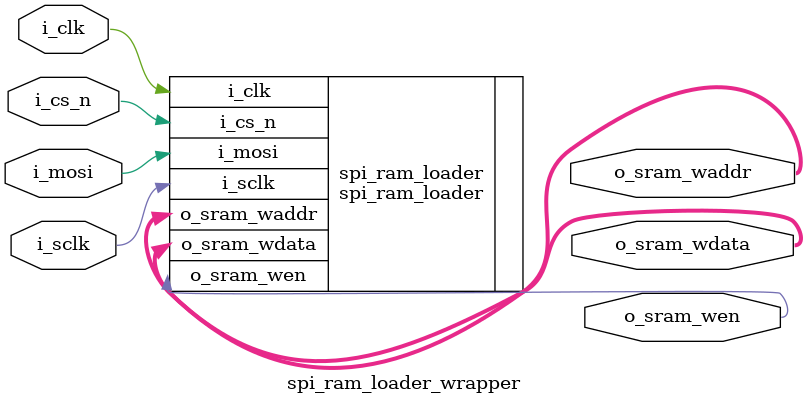
<source format=v>
`default_nettype none
module spi_ram_loader_wrapper
  #(parameter AW = 0)
   (
    input wire		 i_clk,
    input wire		 i_sclk,
    input wire		 i_cs_n,
    input wire		 i_mosi,
    output wire [AW-1:0] o_sram_waddr,
    output wire [7:0]	 o_sram_wdata,
    output wire		 o_sram_wen);

   vlog_tb_utils vtu();

   spi_ram_loader #(.AW (AW)) spi_ram_loader
     (
      .i_clk  (i_clk ),
      .i_sclk (i_sclk),
      .i_cs_n (i_cs_n),
      .i_mosi (i_mosi),
      .o_sram_waddr (o_sram_waddr),
      .o_sram_wdata (o_sram_wdata),
      .o_sram_wen   (o_sram_wen  ));

endmodule
`default_nettype wire

</source>
